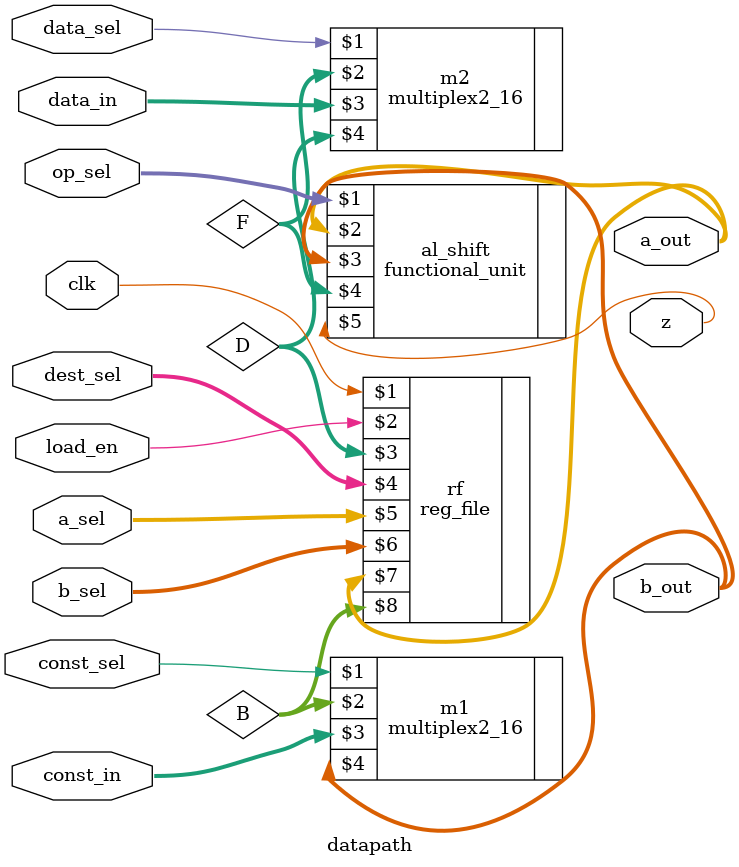
<source format=v>
module datapath (input clk,
					  input load_en,
					  input [3:0] a_sel,
					  input [3:0] b_sel,
					  input [3:0] dest_sel,
					  input [3:0] op_sel,
					  input [15:0] const_in,
					  input const_sel,
					  input [15:0] data_in,
					  input data_sel,
					  output [15:0] a_out,
					  output [15:0] b_out,
					  output z);
wire [15:0] D;
wire [15:0] A;
wire [15:0] F;
wire [15:0] B;
reg_file rf (clk, load_en, D, dest_sel, a_sel, b_sel, a_out, B);

multiplex2_16 m1(const_sel, B, const_in, b_out);

functional_unit al_shift (op_sel, a_out, b_out, F, z);

multiplex2_16 m2(data_sel, F, data_in, D);

endmodule 
</source>
